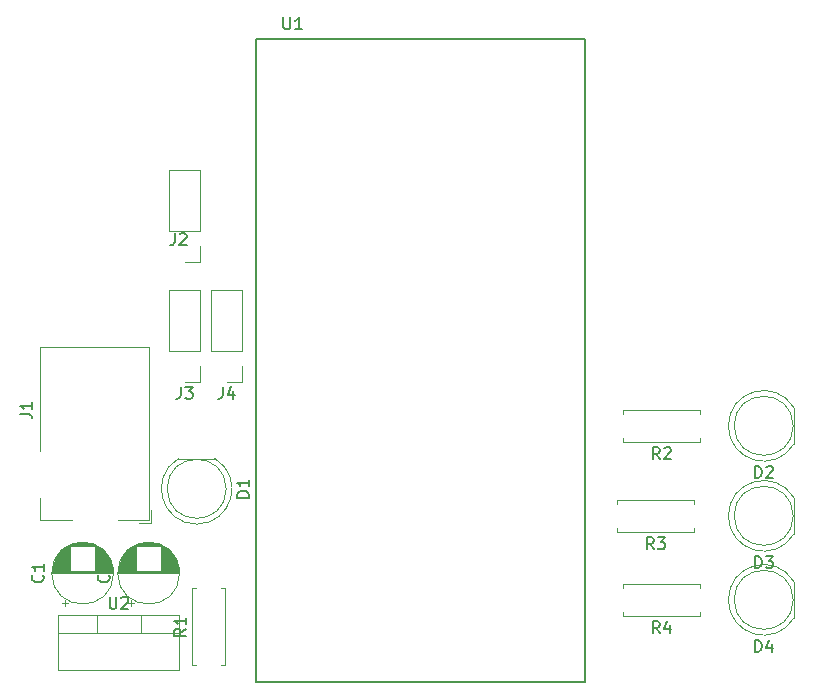
<source format=gbr>
%TF.GenerationSoftware,KiCad,Pcbnew,(5.1.12)-1*%
%TF.CreationDate,2022-04-15T13:15:03+05:30*%
%TF.ProjectId,Smart_meter,536d6172-745f-46d6-9574-65722e6b6963,rev?*%
%TF.SameCoordinates,Original*%
%TF.FileFunction,Legend,Top*%
%TF.FilePolarity,Positive*%
%FSLAX46Y46*%
G04 Gerber Fmt 4.6, Leading zero omitted, Abs format (unit mm)*
G04 Created by KiCad (PCBNEW (5.1.12)-1) date 2022-04-15 13:15:03*
%MOMM*%
%LPD*%
G01*
G04 APERTURE LIST*
%ADD10C,0.120000*%
%ADD11C,0.127000*%
%ADD12C,0.150000*%
G04 APERTURE END LIST*
D10*
%TO.C,J4*%
X136458000Y-76902000D02*
X133798000Y-76902000D01*
X136458000Y-82042000D02*
X136458000Y-76902000D01*
X133798000Y-82042000D02*
X133798000Y-76902000D01*
X136458000Y-82042000D02*
X133798000Y-82042000D01*
X136458000Y-83312000D02*
X136458000Y-84642000D01*
X136458000Y-84642000D02*
X135128000Y-84642000D01*
%TO.C,J1*%
X127702000Y-96604000D02*
X128752000Y-96604000D01*
X128752000Y-95554000D02*
X128752000Y-96604000D01*
X119352000Y-90504000D02*
X119352000Y-81704000D01*
X119352000Y-81704000D02*
X128552000Y-81704000D01*
X122052000Y-96404000D02*
X119352000Y-96404000D01*
X119352000Y-96404000D02*
X119352000Y-94504000D01*
X128552000Y-81704000D02*
X128552000Y-96404000D01*
X128552000Y-96404000D02*
X125952000Y-96404000D01*
%TO.C,U2*%
X120864000Y-104426000D02*
X131104000Y-104426000D01*
X120864000Y-109067000D02*
X131104000Y-109067000D01*
X120864000Y-104426000D02*
X120864000Y-109067000D01*
X131104000Y-104426000D02*
X131104000Y-109067000D01*
X120864000Y-105936000D02*
X131104000Y-105936000D01*
X124134000Y-104426000D02*
X124134000Y-105936000D01*
X127835000Y-104426000D02*
X127835000Y-105936000D01*
D11*
%TO.C,U1*%
X137582001Y-110047001D02*
X137582001Y-55647001D01*
X137582001Y-55647001D02*
X165482001Y-55647001D01*
X165482001Y-55647001D02*
X165482001Y-110047001D01*
X165482001Y-110047001D02*
X137582001Y-110047001D01*
D10*
%TO.C,R4*%
X175228000Y-104164000D02*
X175228000Y-104494000D01*
X175228000Y-104494000D02*
X168688000Y-104494000D01*
X168688000Y-104494000D02*
X168688000Y-104164000D01*
X175228000Y-102084000D02*
X175228000Y-101754000D01*
X175228000Y-101754000D02*
X168688000Y-101754000D01*
X168688000Y-101754000D02*
X168688000Y-102084000D01*
%TO.C,R3*%
X174720000Y-97052000D02*
X174720000Y-97382000D01*
X174720000Y-97382000D02*
X168180000Y-97382000D01*
X168180000Y-97382000D02*
X168180000Y-97052000D01*
X174720000Y-94972000D02*
X174720000Y-94642000D01*
X174720000Y-94642000D02*
X168180000Y-94642000D01*
X168180000Y-94642000D02*
X168180000Y-94972000D01*
%TO.C,R2*%
X175228000Y-89432000D02*
X175228000Y-89762000D01*
X175228000Y-89762000D02*
X168688000Y-89762000D01*
X168688000Y-89762000D02*
X168688000Y-89432000D01*
X175228000Y-87352000D02*
X175228000Y-87022000D01*
X175228000Y-87022000D02*
X168688000Y-87022000D01*
X168688000Y-87022000D02*
X168688000Y-87352000D01*
%TO.C,R1*%
X132564000Y-108680000D02*
X132234000Y-108680000D01*
X132234000Y-108680000D02*
X132234000Y-102140000D01*
X132234000Y-102140000D02*
X132564000Y-102140000D01*
X134644000Y-108680000D02*
X134974000Y-108680000D01*
X134974000Y-108680000D02*
X134974000Y-102140000D01*
X134974000Y-102140000D02*
X134644000Y-102140000D01*
%TO.C,J3*%
X132902000Y-76902000D02*
X130242000Y-76902000D01*
X132902000Y-82042000D02*
X132902000Y-76902000D01*
X130242000Y-82042000D02*
X130242000Y-76902000D01*
X132902000Y-82042000D02*
X130242000Y-82042000D01*
X132902000Y-83312000D02*
X132902000Y-84642000D01*
X132902000Y-84642000D02*
X131572000Y-84642000D01*
%TO.C,J2*%
X132902000Y-66742000D02*
X130242000Y-66742000D01*
X132902000Y-71882000D02*
X132902000Y-66742000D01*
X130242000Y-71882000D02*
X130242000Y-66742000D01*
X132902000Y-71882000D02*
X130242000Y-71882000D01*
X132902000Y-73152000D02*
X132902000Y-74482000D01*
X132902000Y-74482000D02*
X131572000Y-74482000D01*
%TO.C,D4*%
X177604000Y-103124462D02*
G75*
G02*
X183154000Y-101579170I2990000J462D01*
G01*
X177604000Y-103123538D02*
G75*
G03*
X183154000Y-104668830I2990000J-462D01*
G01*
X183094000Y-103124000D02*
G75*
G03*
X183094000Y-103124000I-2500000J0D01*
G01*
X183154000Y-104669000D02*
X183154000Y-101579000D01*
%TO.C,D3*%
X177604000Y-96012462D02*
G75*
G02*
X183154000Y-94467170I2990000J462D01*
G01*
X177604000Y-96011538D02*
G75*
G03*
X183154000Y-97556830I2990000J-462D01*
G01*
X183094000Y-96012000D02*
G75*
G03*
X183094000Y-96012000I-2500000J0D01*
G01*
X183154000Y-97557000D02*
X183154000Y-94467000D01*
%TO.C,D2*%
X177604000Y-88392462D02*
G75*
G02*
X183154000Y-86847170I2990000J462D01*
G01*
X177604000Y-88391538D02*
G75*
G03*
X183154000Y-89936830I2990000J-462D01*
G01*
X183094000Y-88392000D02*
G75*
G03*
X183094000Y-88392000I-2500000J0D01*
G01*
X183154000Y-89937000D02*
X183154000Y-86847000D01*
%TO.C,D1*%
X132588462Y-96716000D02*
G75*
G02*
X131043170Y-91166000I-462J2990000D01*
G01*
X132587538Y-96716000D02*
G75*
G03*
X134132830Y-91166000I462J2990000D01*
G01*
X135088000Y-93726000D02*
G75*
G03*
X135088000Y-93726000I-2500000J0D01*
G01*
X134133000Y-91166000D02*
X131043000Y-91166000D01*
%TO.C,C2*%
X131144000Y-100858000D02*
G75*
G03*
X131144000Y-100858000I-2620000J0D01*
G01*
X125944000Y-100858000D02*
X131104000Y-100858000D01*
X125944000Y-100818000D02*
X131104000Y-100818000D01*
X125945000Y-100778000D02*
X131103000Y-100778000D01*
X125946000Y-100738000D02*
X131102000Y-100738000D01*
X125948000Y-100698000D02*
X131100000Y-100698000D01*
X125951000Y-100658000D02*
X131097000Y-100658000D01*
X125955000Y-100618000D02*
X127484000Y-100618000D01*
X129564000Y-100618000D02*
X131093000Y-100618000D01*
X125959000Y-100578000D02*
X127484000Y-100578000D01*
X129564000Y-100578000D02*
X131089000Y-100578000D01*
X125963000Y-100538000D02*
X127484000Y-100538000D01*
X129564000Y-100538000D02*
X131085000Y-100538000D01*
X125968000Y-100498000D02*
X127484000Y-100498000D01*
X129564000Y-100498000D02*
X131080000Y-100498000D01*
X125974000Y-100458000D02*
X127484000Y-100458000D01*
X129564000Y-100458000D02*
X131074000Y-100458000D01*
X125981000Y-100418000D02*
X127484000Y-100418000D01*
X129564000Y-100418000D02*
X131067000Y-100418000D01*
X125988000Y-100378000D02*
X127484000Y-100378000D01*
X129564000Y-100378000D02*
X131060000Y-100378000D01*
X125996000Y-100338000D02*
X127484000Y-100338000D01*
X129564000Y-100338000D02*
X131052000Y-100338000D01*
X126004000Y-100298000D02*
X127484000Y-100298000D01*
X129564000Y-100298000D02*
X131044000Y-100298000D01*
X126013000Y-100258000D02*
X127484000Y-100258000D01*
X129564000Y-100258000D02*
X131035000Y-100258000D01*
X126023000Y-100218000D02*
X127484000Y-100218000D01*
X129564000Y-100218000D02*
X131025000Y-100218000D01*
X126033000Y-100178000D02*
X127484000Y-100178000D01*
X129564000Y-100178000D02*
X131015000Y-100178000D01*
X126044000Y-100137000D02*
X127484000Y-100137000D01*
X129564000Y-100137000D02*
X131004000Y-100137000D01*
X126056000Y-100097000D02*
X127484000Y-100097000D01*
X129564000Y-100097000D02*
X130992000Y-100097000D01*
X126069000Y-100057000D02*
X127484000Y-100057000D01*
X129564000Y-100057000D02*
X130979000Y-100057000D01*
X126082000Y-100017000D02*
X127484000Y-100017000D01*
X129564000Y-100017000D02*
X130966000Y-100017000D01*
X126096000Y-99977000D02*
X127484000Y-99977000D01*
X129564000Y-99977000D02*
X130952000Y-99977000D01*
X126110000Y-99937000D02*
X127484000Y-99937000D01*
X129564000Y-99937000D02*
X130938000Y-99937000D01*
X126126000Y-99897000D02*
X127484000Y-99897000D01*
X129564000Y-99897000D02*
X130922000Y-99897000D01*
X126142000Y-99857000D02*
X127484000Y-99857000D01*
X129564000Y-99857000D02*
X130906000Y-99857000D01*
X126159000Y-99817000D02*
X127484000Y-99817000D01*
X129564000Y-99817000D02*
X130889000Y-99817000D01*
X126176000Y-99777000D02*
X127484000Y-99777000D01*
X129564000Y-99777000D02*
X130872000Y-99777000D01*
X126195000Y-99737000D02*
X127484000Y-99737000D01*
X129564000Y-99737000D02*
X130853000Y-99737000D01*
X126214000Y-99697000D02*
X127484000Y-99697000D01*
X129564000Y-99697000D02*
X130834000Y-99697000D01*
X126234000Y-99657000D02*
X127484000Y-99657000D01*
X129564000Y-99657000D02*
X130814000Y-99657000D01*
X126256000Y-99617000D02*
X127484000Y-99617000D01*
X129564000Y-99617000D02*
X130792000Y-99617000D01*
X126277000Y-99577000D02*
X127484000Y-99577000D01*
X129564000Y-99577000D02*
X130771000Y-99577000D01*
X126300000Y-99537000D02*
X127484000Y-99537000D01*
X129564000Y-99537000D02*
X130748000Y-99537000D01*
X126324000Y-99497000D02*
X127484000Y-99497000D01*
X129564000Y-99497000D02*
X130724000Y-99497000D01*
X126349000Y-99457000D02*
X127484000Y-99457000D01*
X129564000Y-99457000D02*
X130699000Y-99457000D01*
X126375000Y-99417000D02*
X127484000Y-99417000D01*
X129564000Y-99417000D02*
X130673000Y-99417000D01*
X126402000Y-99377000D02*
X127484000Y-99377000D01*
X129564000Y-99377000D02*
X130646000Y-99377000D01*
X126429000Y-99337000D02*
X127484000Y-99337000D01*
X129564000Y-99337000D02*
X130619000Y-99337000D01*
X126459000Y-99297000D02*
X127484000Y-99297000D01*
X129564000Y-99297000D02*
X130589000Y-99297000D01*
X126489000Y-99257000D02*
X127484000Y-99257000D01*
X129564000Y-99257000D02*
X130559000Y-99257000D01*
X126520000Y-99217000D02*
X127484000Y-99217000D01*
X129564000Y-99217000D02*
X130528000Y-99217000D01*
X126553000Y-99177000D02*
X127484000Y-99177000D01*
X129564000Y-99177000D02*
X130495000Y-99177000D01*
X126587000Y-99137000D02*
X127484000Y-99137000D01*
X129564000Y-99137000D02*
X130461000Y-99137000D01*
X126623000Y-99097000D02*
X127484000Y-99097000D01*
X129564000Y-99097000D02*
X130425000Y-99097000D01*
X126660000Y-99057000D02*
X127484000Y-99057000D01*
X129564000Y-99057000D02*
X130388000Y-99057000D01*
X126698000Y-99017000D02*
X127484000Y-99017000D01*
X129564000Y-99017000D02*
X130350000Y-99017000D01*
X126739000Y-98977000D02*
X127484000Y-98977000D01*
X129564000Y-98977000D02*
X130309000Y-98977000D01*
X126781000Y-98937000D02*
X127484000Y-98937000D01*
X129564000Y-98937000D02*
X130267000Y-98937000D01*
X126825000Y-98897000D02*
X127484000Y-98897000D01*
X129564000Y-98897000D02*
X130223000Y-98897000D01*
X126871000Y-98857000D02*
X127484000Y-98857000D01*
X129564000Y-98857000D02*
X130177000Y-98857000D01*
X126919000Y-98817000D02*
X127484000Y-98817000D01*
X129564000Y-98817000D02*
X130129000Y-98817000D01*
X126970000Y-98777000D02*
X127484000Y-98777000D01*
X129564000Y-98777000D02*
X130078000Y-98777000D01*
X127024000Y-98737000D02*
X127484000Y-98737000D01*
X129564000Y-98737000D02*
X130024000Y-98737000D01*
X127081000Y-98697000D02*
X127484000Y-98697000D01*
X129564000Y-98697000D02*
X129967000Y-98697000D01*
X127141000Y-98657000D02*
X127484000Y-98657000D01*
X129564000Y-98657000D02*
X129907000Y-98657000D01*
X127205000Y-98617000D02*
X127484000Y-98617000D01*
X129564000Y-98617000D02*
X129843000Y-98617000D01*
X127273000Y-98577000D02*
X127484000Y-98577000D01*
X129564000Y-98577000D02*
X129775000Y-98577000D01*
X127346000Y-98537000D02*
X129702000Y-98537000D01*
X127426000Y-98497000D02*
X129622000Y-98497000D01*
X127513000Y-98457000D02*
X129535000Y-98457000D01*
X127609000Y-98417000D02*
X129439000Y-98417000D01*
X127719000Y-98377000D02*
X129329000Y-98377000D01*
X127847000Y-98337000D02*
X129201000Y-98337000D01*
X128006000Y-98297000D02*
X129042000Y-98297000D01*
X128240000Y-98257000D02*
X128808000Y-98257000D01*
X127049000Y-103662775D02*
X127049000Y-103162775D01*
X126799000Y-103412775D02*
X127299000Y-103412775D01*
%TO.C,C1*%
X125556000Y-100858000D02*
G75*
G03*
X125556000Y-100858000I-2620000J0D01*
G01*
X120356000Y-100858000D02*
X125516000Y-100858000D01*
X120356000Y-100818000D02*
X125516000Y-100818000D01*
X120357000Y-100778000D02*
X125515000Y-100778000D01*
X120358000Y-100738000D02*
X125514000Y-100738000D01*
X120360000Y-100698000D02*
X125512000Y-100698000D01*
X120363000Y-100658000D02*
X125509000Y-100658000D01*
X120367000Y-100618000D02*
X121896000Y-100618000D01*
X123976000Y-100618000D02*
X125505000Y-100618000D01*
X120371000Y-100578000D02*
X121896000Y-100578000D01*
X123976000Y-100578000D02*
X125501000Y-100578000D01*
X120375000Y-100538000D02*
X121896000Y-100538000D01*
X123976000Y-100538000D02*
X125497000Y-100538000D01*
X120380000Y-100498000D02*
X121896000Y-100498000D01*
X123976000Y-100498000D02*
X125492000Y-100498000D01*
X120386000Y-100458000D02*
X121896000Y-100458000D01*
X123976000Y-100458000D02*
X125486000Y-100458000D01*
X120393000Y-100418000D02*
X121896000Y-100418000D01*
X123976000Y-100418000D02*
X125479000Y-100418000D01*
X120400000Y-100378000D02*
X121896000Y-100378000D01*
X123976000Y-100378000D02*
X125472000Y-100378000D01*
X120408000Y-100338000D02*
X121896000Y-100338000D01*
X123976000Y-100338000D02*
X125464000Y-100338000D01*
X120416000Y-100298000D02*
X121896000Y-100298000D01*
X123976000Y-100298000D02*
X125456000Y-100298000D01*
X120425000Y-100258000D02*
X121896000Y-100258000D01*
X123976000Y-100258000D02*
X125447000Y-100258000D01*
X120435000Y-100218000D02*
X121896000Y-100218000D01*
X123976000Y-100218000D02*
X125437000Y-100218000D01*
X120445000Y-100178000D02*
X121896000Y-100178000D01*
X123976000Y-100178000D02*
X125427000Y-100178000D01*
X120456000Y-100137000D02*
X121896000Y-100137000D01*
X123976000Y-100137000D02*
X125416000Y-100137000D01*
X120468000Y-100097000D02*
X121896000Y-100097000D01*
X123976000Y-100097000D02*
X125404000Y-100097000D01*
X120481000Y-100057000D02*
X121896000Y-100057000D01*
X123976000Y-100057000D02*
X125391000Y-100057000D01*
X120494000Y-100017000D02*
X121896000Y-100017000D01*
X123976000Y-100017000D02*
X125378000Y-100017000D01*
X120508000Y-99977000D02*
X121896000Y-99977000D01*
X123976000Y-99977000D02*
X125364000Y-99977000D01*
X120522000Y-99937000D02*
X121896000Y-99937000D01*
X123976000Y-99937000D02*
X125350000Y-99937000D01*
X120538000Y-99897000D02*
X121896000Y-99897000D01*
X123976000Y-99897000D02*
X125334000Y-99897000D01*
X120554000Y-99857000D02*
X121896000Y-99857000D01*
X123976000Y-99857000D02*
X125318000Y-99857000D01*
X120571000Y-99817000D02*
X121896000Y-99817000D01*
X123976000Y-99817000D02*
X125301000Y-99817000D01*
X120588000Y-99777000D02*
X121896000Y-99777000D01*
X123976000Y-99777000D02*
X125284000Y-99777000D01*
X120607000Y-99737000D02*
X121896000Y-99737000D01*
X123976000Y-99737000D02*
X125265000Y-99737000D01*
X120626000Y-99697000D02*
X121896000Y-99697000D01*
X123976000Y-99697000D02*
X125246000Y-99697000D01*
X120646000Y-99657000D02*
X121896000Y-99657000D01*
X123976000Y-99657000D02*
X125226000Y-99657000D01*
X120668000Y-99617000D02*
X121896000Y-99617000D01*
X123976000Y-99617000D02*
X125204000Y-99617000D01*
X120689000Y-99577000D02*
X121896000Y-99577000D01*
X123976000Y-99577000D02*
X125183000Y-99577000D01*
X120712000Y-99537000D02*
X121896000Y-99537000D01*
X123976000Y-99537000D02*
X125160000Y-99537000D01*
X120736000Y-99497000D02*
X121896000Y-99497000D01*
X123976000Y-99497000D02*
X125136000Y-99497000D01*
X120761000Y-99457000D02*
X121896000Y-99457000D01*
X123976000Y-99457000D02*
X125111000Y-99457000D01*
X120787000Y-99417000D02*
X121896000Y-99417000D01*
X123976000Y-99417000D02*
X125085000Y-99417000D01*
X120814000Y-99377000D02*
X121896000Y-99377000D01*
X123976000Y-99377000D02*
X125058000Y-99377000D01*
X120841000Y-99337000D02*
X121896000Y-99337000D01*
X123976000Y-99337000D02*
X125031000Y-99337000D01*
X120871000Y-99297000D02*
X121896000Y-99297000D01*
X123976000Y-99297000D02*
X125001000Y-99297000D01*
X120901000Y-99257000D02*
X121896000Y-99257000D01*
X123976000Y-99257000D02*
X124971000Y-99257000D01*
X120932000Y-99217000D02*
X121896000Y-99217000D01*
X123976000Y-99217000D02*
X124940000Y-99217000D01*
X120965000Y-99177000D02*
X121896000Y-99177000D01*
X123976000Y-99177000D02*
X124907000Y-99177000D01*
X120999000Y-99137000D02*
X121896000Y-99137000D01*
X123976000Y-99137000D02*
X124873000Y-99137000D01*
X121035000Y-99097000D02*
X121896000Y-99097000D01*
X123976000Y-99097000D02*
X124837000Y-99097000D01*
X121072000Y-99057000D02*
X121896000Y-99057000D01*
X123976000Y-99057000D02*
X124800000Y-99057000D01*
X121110000Y-99017000D02*
X121896000Y-99017000D01*
X123976000Y-99017000D02*
X124762000Y-99017000D01*
X121151000Y-98977000D02*
X121896000Y-98977000D01*
X123976000Y-98977000D02*
X124721000Y-98977000D01*
X121193000Y-98937000D02*
X121896000Y-98937000D01*
X123976000Y-98937000D02*
X124679000Y-98937000D01*
X121237000Y-98897000D02*
X121896000Y-98897000D01*
X123976000Y-98897000D02*
X124635000Y-98897000D01*
X121283000Y-98857000D02*
X121896000Y-98857000D01*
X123976000Y-98857000D02*
X124589000Y-98857000D01*
X121331000Y-98817000D02*
X121896000Y-98817000D01*
X123976000Y-98817000D02*
X124541000Y-98817000D01*
X121382000Y-98777000D02*
X121896000Y-98777000D01*
X123976000Y-98777000D02*
X124490000Y-98777000D01*
X121436000Y-98737000D02*
X121896000Y-98737000D01*
X123976000Y-98737000D02*
X124436000Y-98737000D01*
X121493000Y-98697000D02*
X121896000Y-98697000D01*
X123976000Y-98697000D02*
X124379000Y-98697000D01*
X121553000Y-98657000D02*
X121896000Y-98657000D01*
X123976000Y-98657000D02*
X124319000Y-98657000D01*
X121617000Y-98617000D02*
X121896000Y-98617000D01*
X123976000Y-98617000D02*
X124255000Y-98617000D01*
X121685000Y-98577000D02*
X121896000Y-98577000D01*
X123976000Y-98577000D02*
X124187000Y-98577000D01*
X121758000Y-98537000D02*
X124114000Y-98537000D01*
X121838000Y-98497000D02*
X124034000Y-98497000D01*
X121925000Y-98457000D02*
X123947000Y-98457000D01*
X122021000Y-98417000D02*
X123851000Y-98417000D01*
X122131000Y-98377000D02*
X123741000Y-98377000D01*
X122259000Y-98337000D02*
X123613000Y-98337000D01*
X122418000Y-98297000D02*
X123454000Y-98297000D01*
X122652000Y-98257000D02*
X123220000Y-98257000D01*
X121461000Y-103662775D02*
X121461000Y-103162775D01*
X121211000Y-103412775D02*
X121711000Y-103412775D01*
%TO.C,J4*%
D12*
X134794666Y-85094380D02*
X134794666Y-85808666D01*
X134747047Y-85951523D01*
X134651809Y-86046761D01*
X134508952Y-86094380D01*
X134413714Y-86094380D01*
X135699428Y-85427714D02*
X135699428Y-86094380D01*
X135461333Y-85046761D02*
X135223238Y-85761047D01*
X135842285Y-85761047D01*
%TO.C,J1*%
X117654380Y-87387333D02*
X118368666Y-87387333D01*
X118511523Y-87434952D01*
X118606761Y-87530190D01*
X118654380Y-87673047D01*
X118654380Y-87768285D01*
X118654380Y-86387333D02*
X118654380Y-86958761D01*
X118654380Y-86673047D02*
X117654380Y-86673047D01*
X117797238Y-86768285D01*
X117892476Y-86863523D01*
X117940095Y-86958761D01*
%TO.C,U2*%
X125222095Y-102878380D02*
X125222095Y-103687904D01*
X125269714Y-103783142D01*
X125317333Y-103830761D01*
X125412571Y-103878380D01*
X125603047Y-103878380D01*
X125698285Y-103830761D01*
X125745904Y-103783142D01*
X125793523Y-103687904D01*
X125793523Y-102878380D01*
X126222095Y-102973619D02*
X126269714Y-102926000D01*
X126364952Y-102878380D01*
X126603047Y-102878380D01*
X126698285Y-102926000D01*
X126745904Y-102973619D01*
X126793523Y-103068857D01*
X126793523Y-103164095D01*
X126745904Y-103306952D01*
X126174476Y-103878380D01*
X126793523Y-103878380D01*
%TO.C,U1*%
X139940627Y-53803125D02*
X139940627Y-54612961D01*
X139988264Y-54708236D01*
X140035902Y-54755874D01*
X140131176Y-54803511D01*
X140321726Y-54803511D01*
X140417001Y-54755874D01*
X140464638Y-54708236D01*
X140512276Y-54612961D01*
X140512276Y-53803125D01*
X141512662Y-54803511D02*
X140941013Y-54803511D01*
X141226837Y-54803511D02*
X141226837Y-53803125D01*
X141131562Y-53946037D01*
X141036288Y-54041312D01*
X140941013Y-54088950D01*
%TO.C,R4*%
X171791333Y-105946380D02*
X171458000Y-105470190D01*
X171219904Y-105946380D02*
X171219904Y-104946380D01*
X171600857Y-104946380D01*
X171696095Y-104994000D01*
X171743714Y-105041619D01*
X171791333Y-105136857D01*
X171791333Y-105279714D01*
X171743714Y-105374952D01*
X171696095Y-105422571D01*
X171600857Y-105470190D01*
X171219904Y-105470190D01*
X172648476Y-105279714D02*
X172648476Y-105946380D01*
X172410380Y-104898761D02*
X172172285Y-105613047D01*
X172791333Y-105613047D01*
%TO.C,R3*%
X171283333Y-98834380D02*
X170950000Y-98358190D01*
X170711904Y-98834380D02*
X170711904Y-97834380D01*
X171092857Y-97834380D01*
X171188095Y-97882000D01*
X171235714Y-97929619D01*
X171283333Y-98024857D01*
X171283333Y-98167714D01*
X171235714Y-98262952D01*
X171188095Y-98310571D01*
X171092857Y-98358190D01*
X170711904Y-98358190D01*
X171616666Y-97834380D02*
X172235714Y-97834380D01*
X171902380Y-98215333D01*
X172045238Y-98215333D01*
X172140476Y-98262952D01*
X172188095Y-98310571D01*
X172235714Y-98405809D01*
X172235714Y-98643904D01*
X172188095Y-98739142D01*
X172140476Y-98786761D01*
X172045238Y-98834380D01*
X171759523Y-98834380D01*
X171664285Y-98786761D01*
X171616666Y-98739142D01*
%TO.C,R2*%
X171791333Y-91214380D02*
X171458000Y-90738190D01*
X171219904Y-91214380D02*
X171219904Y-90214380D01*
X171600857Y-90214380D01*
X171696095Y-90262000D01*
X171743714Y-90309619D01*
X171791333Y-90404857D01*
X171791333Y-90547714D01*
X171743714Y-90642952D01*
X171696095Y-90690571D01*
X171600857Y-90738190D01*
X171219904Y-90738190D01*
X172172285Y-90309619D02*
X172219904Y-90262000D01*
X172315142Y-90214380D01*
X172553238Y-90214380D01*
X172648476Y-90262000D01*
X172696095Y-90309619D01*
X172743714Y-90404857D01*
X172743714Y-90500095D01*
X172696095Y-90642952D01*
X172124666Y-91214380D01*
X172743714Y-91214380D01*
%TO.C,R1*%
X131686380Y-105576666D02*
X131210190Y-105910000D01*
X131686380Y-106148095D02*
X130686380Y-106148095D01*
X130686380Y-105767142D01*
X130734000Y-105671904D01*
X130781619Y-105624285D01*
X130876857Y-105576666D01*
X131019714Y-105576666D01*
X131114952Y-105624285D01*
X131162571Y-105671904D01*
X131210190Y-105767142D01*
X131210190Y-106148095D01*
X131686380Y-104624285D02*
X131686380Y-105195714D01*
X131686380Y-104910000D02*
X130686380Y-104910000D01*
X130829238Y-105005238D01*
X130924476Y-105100476D01*
X130972095Y-105195714D01*
%TO.C,J3*%
X131238666Y-85094380D02*
X131238666Y-85808666D01*
X131191047Y-85951523D01*
X131095809Y-86046761D01*
X130952952Y-86094380D01*
X130857714Y-86094380D01*
X131619619Y-85094380D02*
X132238666Y-85094380D01*
X131905333Y-85475333D01*
X132048190Y-85475333D01*
X132143428Y-85522952D01*
X132191047Y-85570571D01*
X132238666Y-85665809D01*
X132238666Y-85903904D01*
X132191047Y-85999142D01*
X132143428Y-86046761D01*
X132048190Y-86094380D01*
X131762476Y-86094380D01*
X131667238Y-86046761D01*
X131619619Y-85999142D01*
%TO.C,J2*%
X130730666Y-72096380D02*
X130730666Y-72810666D01*
X130683047Y-72953523D01*
X130587809Y-73048761D01*
X130444952Y-73096380D01*
X130349714Y-73096380D01*
X131159238Y-72191619D02*
X131206857Y-72144000D01*
X131302095Y-72096380D01*
X131540190Y-72096380D01*
X131635428Y-72144000D01*
X131683047Y-72191619D01*
X131730666Y-72286857D01*
X131730666Y-72382095D01*
X131683047Y-72524952D01*
X131111619Y-73096380D01*
X131730666Y-73096380D01*
%TO.C,D4*%
X179855904Y-107536380D02*
X179855904Y-106536380D01*
X180094000Y-106536380D01*
X180236857Y-106584000D01*
X180332095Y-106679238D01*
X180379714Y-106774476D01*
X180427333Y-106964952D01*
X180427333Y-107107809D01*
X180379714Y-107298285D01*
X180332095Y-107393523D01*
X180236857Y-107488761D01*
X180094000Y-107536380D01*
X179855904Y-107536380D01*
X181284476Y-106869714D02*
X181284476Y-107536380D01*
X181046380Y-106488761D02*
X180808285Y-107203047D01*
X181427333Y-107203047D01*
%TO.C,D3*%
X179855904Y-100424380D02*
X179855904Y-99424380D01*
X180094000Y-99424380D01*
X180236857Y-99472000D01*
X180332095Y-99567238D01*
X180379714Y-99662476D01*
X180427333Y-99852952D01*
X180427333Y-99995809D01*
X180379714Y-100186285D01*
X180332095Y-100281523D01*
X180236857Y-100376761D01*
X180094000Y-100424380D01*
X179855904Y-100424380D01*
X180760666Y-99424380D02*
X181379714Y-99424380D01*
X181046380Y-99805333D01*
X181189238Y-99805333D01*
X181284476Y-99852952D01*
X181332095Y-99900571D01*
X181379714Y-99995809D01*
X181379714Y-100233904D01*
X181332095Y-100329142D01*
X181284476Y-100376761D01*
X181189238Y-100424380D01*
X180903523Y-100424380D01*
X180808285Y-100376761D01*
X180760666Y-100329142D01*
%TO.C,D2*%
X179855904Y-92804380D02*
X179855904Y-91804380D01*
X180094000Y-91804380D01*
X180236857Y-91852000D01*
X180332095Y-91947238D01*
X180379714Y-92042476D01*
X180427333Y-92232952D01*
X180427333Y-92375809D01*
X180379714Y-92566285D01*
X180332095Y-92661523D01*
X180236857Y-92756761D01*
X180094000Y-92804380D01*
X179855904Y-92804380D01*
X180808285Y-91899619D02*
X180855904Y-91852000D01*
X180951142Y-91804380D01*
X181189238Y-91804380D01*
X181284476Y-91852000D01*
X181332095Y-91899619D01*
X181379714Y-91994857D01*
X181379714Y-92090095D01*
X181332095Y-92232952D01*
X180760666Y-92804380D01*
X181379714Y-92804380D01*
%TO.C,D1*%
X137000380Y-94464095D02*
X136000380Y-94464095D01*
X136000380Y-94226000D01*
X136048000Y-94083142D01*
X136143238Y-93987904D01*
X136238476Y-93940285D01*
X136428952Y-93892666D01*
X136571809Y-93892666D01*
X136762285Y-93940285D01*
X136857523Y-93987904D01*
X136952761Y-94083142D01*
X137000380Y-94226000D01*
X137000380Y-94464095D01*
X137000380Y-92940285D02*
X137000380Y-93511714D01*
X137000380Y-93226000D02*
X136000380Y-93226000D01*
X136143238Y-93321238D01*
X136238476Y-93416476D01*
X136286095Y-93511714D01*
%TO.C,C2*%
X125131142Y-101024666D02*
X125178761Y-101072285D01*
X125226380Y-101215142D01*
X125226380Y-101310380D01*
X125178761Y-101453238D01*
X125083523Y-101548476D01*
X124988285Y-101596095D01*
X124797809Y-101643714D01*
X124654952Y-101643714D01*
X124464476Y-101596095D01*
X124369238Y-101548476D01*
X124274000Y-101453238D01*
X124226380Y-101310380D01*
X124226380Y-101215142D01*
X124274000Y-101072285D01*
X124321619Y-101024666D01*
X124321619Y-100643714D02*
X124274000Y-100596095D01*
X124226380Y-100500857D01*
X124226380Y-100262761D01*
X124274000Y-100167523D01*
X124321619Y-100119904D01*
X124416857Y-100072285D01*
X124512095Y-100072285D01*
X124654952Y-100119904D01*
X125226380Y-100691333D01*
X125226380Y-100072285D01*
%TO.C,C1*%
X119543142Y-101024666D02*
X119590761Y-101072285D01*
X119638380Y-101215142D01*
X119638380Y-101310380D01*
X119590761Y-101453238D01*
X119495523Y-101548476D01*
X119400285Y-101596095D01*
X119209809Y-101643714D01*
X119066952Y-101643714D01*
X118876476Y-101596095D01*
X118781238Y-101548476D01*
X118686000Y-101453238D01*
X118638380Y-101310380D01*
X118638380Y-101215142D01*
X118686000Y-101072285D01*
X118733619Y-101024666D01*
X119638380Y-100072285D02*
X119638380Y-100643714D01*
X119638380Y-100358000D02*
X118638380Y-100358000D01*
X118781238Y-100453238D01*
X118876476Y-100548476D01*
X118924095Y-100643714D01*
%TD*%
M02*

</source>
